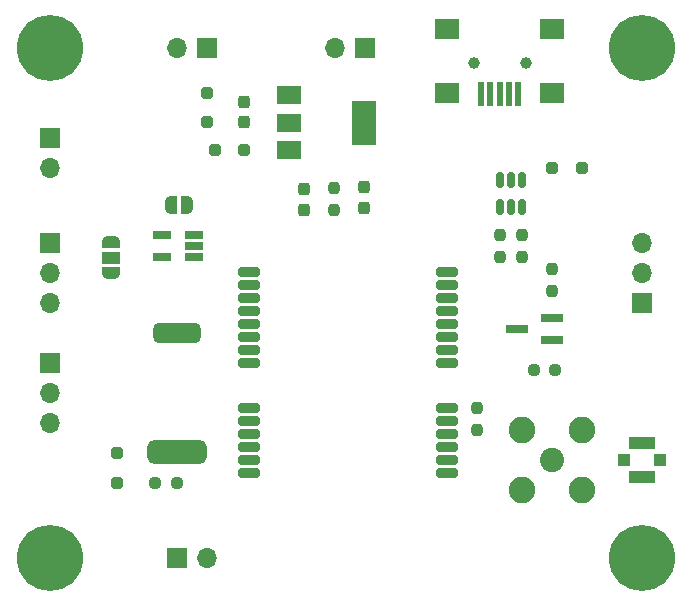
<source format=gts>
%TF.GenerationSoftware,KiCad,Pcbnew,7.0.1*%
%TF.CreationDate,2023-05-23T18:13:33+02:00*%
%TF.ProjectId,ublox-lea-6h-breakout,75626c6f-782d-46c6-9561-2d36682d6272,rev?*%
%TF.SameCoordinates,Original*%
%TF.FileFunction,Soldermask,Top*%
%TF.FilePolarity,Negative*%
%FSLAX46Y46*%
G04 Gerber Fmt 4.6, Leading zero omitted, Abs format (unit mm)*
G04 Created by KiCad (PCBNEW 7.0.1) date 2023-05-23 18:13:33*
%MOMM*%
%LPD*%
G01*
G04 APERTURE LIST*
G04 Aperture macros list*
%AMRoundRect*
0 Rectangle with rounded corners*
0 $1 Rounding radius*
0 $2 $3 $4 $5 $6 $7 $8 $9 X,Y pos of 4 corners*
0 Add a 4 corners polygon primitive as box body*
4,1,4,$2,$3,$4,$5,$6,$7,$8,$9,$2,$3,0*
0 Add four circle primitives for the rounded corners*
1,1,$1+$1,$2,$3*
1,1,$1+$1,$4,$5*
1,1,$1+$1,$6,$7*
1,1,$1+$1,$8,$9*
0 Add four rect primitives between the rounded corners*
20,1,$1+$1,$2,$3,$4,$5,0*
20,1,$1+$1,$4,$5,$6,$7,0*
20,1,$1+$1,$6,$7,$8,$9,0*
20,1,$1+$1,$8,$9,$2,$3,0*%
%AMFreePoly0*
4,1,19,0.500000,-0.750000,0.000000,-0.750000,0.000000,-0.744911,-0.071157,-0.744911,-0.207708,-0.704816,-0.327430,-0.627875,-0.420627,-0.520320,-0.479746,-0.390866,-0.500000,-0.250000,-0.500000,0.250000,-0.479746,0.390866,-0.420627,0.520320,-0.327430,0.627875,-0.207708,0.704816,-0.071157,0.744911,0.000000,0.744911,0.000000,0.750000,0.500000,0.750000,0.500000,-0.750000,0.500000,-0.750000,
$1*%
%AMFreePoly1*
4,1,19,0.000000,0.744911,0.071157,0.744911,0.207708,0.704816,0.327430,0.627875,0.420627,0.520320,0.479746,0.390866,0.500000,0.250000,0.500000,-0.250000,0.479746,-0.390866,0.420627,-0.520320,0.327430,-0.627875,0.207708,-0.704816,0.071157,-0.744911,0.000000,-0.744911,0.000000,-0.750000,-0.500000,-0.750000,-0.500000,0.750000,0.000000,0.750000,0.000000,0.744911,0.000000,0.744911,
$1*%
%AMFreePoly2*
4,1,19,0.550000,-0.750000,0.000000,-0.750000,0.000000,-0.744911,-0.071157,-0.744911,-0.207708,-0.704816,-0.327430,-0.627875,-0.420627,-0.520320,-0.479746,-0.390866,-0.500000,-0.250000,-0.500000,0.250000,-0.479746,0.390866,-0.420627,0.520320,-0.327430,0.627875,-0.207708,0.704816,-0.071157,0.744911,0.000000,0.744911,0.000000,0.750000,0.550000,0.750000,0.550000,-0.750000,0.550000,-0.750000,
$1*%
%AMFreePoly3*
4,1,19,0.000000,0.744911,0.071157,0.744911,0.207708,0.704816,0.327430,0.627875,0.420627,0.520320,0.479746,0.390866,0.500000,0.250000,0.500000,-0.250000,0.479746,-0.390866,0.420627,-0.520320,0.327430,-0.627875,0.207708,-0.704816,0.071157,-0.744911,0.000000,-0.744911,0.000000,-0.750000,-0.550000,-0.750000,-0.550000,0.750000,0.000000,0.750000,0.000000,0.744911,0.000000,0.744911,
$1*%
G04 Aperture macros list end*
%ADD10R,1.700000X1.700000*%
%ADD11O,1.700000X1.700000*%
%ADD12R,1.900000X0.800000*%
%ADD13FreePoly0,180.000000*%
%ADD14FreePoly1,180.000000*%
%ADD15R,1.560000X0.650000*%
%ADD16RoundRect,0.200000X-0.700000X-0.200000X0.700000X-0.200000X0.700000X0.200000X-0.700000X0.200000X0*%
%ADD17RoundRect,0.237500X0.250000X0.237500X-0.250000X0.237500X-0.250000X-0.237500X0.250000X-0.237500X0*%
%ADD18RoundRect,0.237500X0.237500X-0.250000X0.237500X0.250000X-0.237500X0.250000X-0.237500X-0.250000X0*%
%ADD19RoundRect,0.250000X0.250000X-0.250000X0.250000X0.250000X-0.250000X0.250000X-0.250000X-0.250000X0*%
%ADD20RoundRect,0.237500X-0.237500X0.250000X-0.237500X-0.250000X0.237500X-0.250000X0.237500X0.250000X0*%
%ADD21RoundRect,0.250000X0.250000X0.250000X-0.250000X0.250000X-0.250000X-0.250000X0.250000X-0.250000X0*%
%ADD22C,3.600000*%
%ADD23C,5.600000*%
%ADD24RoundRect,0.500000X2.000000X0.500000X-2.000000X0.500000X-2.000000X-0.500000X2.000000X-0.500000X0*%
%ADD25RoundRect,0.425000X1.575000X0.425000X-1.575000X0.425000X-1.575000X-0.425000X1.575000X-0.425000X0*%
%ADD26R,1.000000X1.000000*%
%ADD27R,2.200000X1.050000*%
%ADD28C,2.050000*%
%ADD29C,2.250000*%
%ADD30RoundRect,0.150000X-0.150000X0.512500X-0.150000X-0.512500X0.150000X-0.512500X0.150000X0.512500X0*%
%ADD31R,2.000000X1.500000*%
%ADD32R,2.000000X3.800000*%
%ADD33C,1.000000*%
%ADD34R,0.500000X2.000000*%
%ADD35R,2.000000X1.700000*%
%ADD36RoundRect,0.237500X-0.237500X0.300000X-0.237500X-0.300000X0.237500X-0.300000X0.237500X0.300000X0*%
%ADD37RoundRect,0.237500X-0.237500X0.287500X-0.237500X-0.287500X0.237500X-0.287500X0.237500X0.287500X0*%
%ADD38FreePoly2,90.000000*%
%ADD39R,1.500000X1.000000*%
%ADD40FreePoly3,90.000000*%
%ADD41RoundRect,0.237500X-0.250000X-0.237500X0.250000X-0.237500X0.250000X0.237500X-0.250000X0.237500X0*%
%ADD42RoundRect,0.237500X0.237500X-0.300000X0.237500X0.300000X-0.237500X0.300000X-0.237500X-0.300000X0*%
G04 APERTURE END LIST*
D10*
%TO.C,J7*%
X86995000Y-115570000D03*
D11*
X86995000Y-118110000D03*
X86995000Y-120650000D03*
%TD*%
D10*
%TO.C,J9*%
X86995000Y-105425000D03*
D11*
X86995000Y-107965000D03*
X86995000Y-110505000D03*
%TD*%
D12*
%TO.C,Q1*%
X129540000Y-113665000D03*
X129540000Y-111765000D03*
X126540000Y-112715000D03*
%TD*%
D13*
%TO.C,JP1*%
X98600000Y-102235000D03*
D14*
X97300000Y-102235000D03*
%TD*%
D15*
%TO.C,U2*%
X99220000Y-106675000D03*
X99220000Y-105725000D03*
X99220000Y-104775000D03*
X96520000Y-104775000D03*
X96520000Y-106675000D03*
%TD*%
D16*
%TO.C,U1*%
X103850000Y-107925000D03*
X103850000Y-109025000D03*
X103850000Y-110125000D03*
X103850000Y-111225000D03*
X103850000Y-112325000D03*
X103850000Y-113425000D03*
X103850000Y-114525000D03*
X103850000Y-115625000D03*
X103850000Y-119425000D03*
X103850000Y-120525000D03*
X103850000Y-121625000D03*
X103850000Y-122725000D03*
X103850000Y-123825000D03*
X103850000Y-124925000D03*
X120650000Y-124925000D03*
X120650000Y-123825000D03*
X120650000Y-122725000D03*
X120650000Y-121625000D03*
X120650000Y-120525000D03*
X120650000Y-119425000D03*
X120650000Y-115625000D03*
X120650000Y-114525000D03*
X120650000Y-113425000D03*
X120650000Y-112325000D03*
X120650000Y-111225000D03*
X120650000Y-110125000D03*
X120650000Y-109025000D03*
X120650000Y-107925000D03*
%TD*%
D10*
%TO.C,J4*%
X137160000Y-110490000D03*
D11*
X137160000Y-107950000D03*
X137160000Y-105410000D03*
%TD*%
D17*
%TO.C,R6*%
X129817500Y-116205000D03*
X127992500Y-116205000D03*
%TD*%
D18*
%TO.C,R4*%
X127000000Y-106600000D03*
X127000000Y-104775000D03*
%TD*%
D10*
%TO.C,J6*%
X113665000Y-88900000D03*
D11*
X111125000Y-88900000D03*
%TD*%
D19*
%TO.C,D1*%
X92710000Y-125730000D03*
X92710000Y-123230000D03*
%TD*%
D20*
%TO.C,R1*%
X123190000Y-119460000D03*
X123190000Y-121285000D03*
%TD*%
D21*
%TO.C,D3*%
X132060000Y-99060000D03*
X129560000Y-99060000D03*
%TD*%
D10*
%TO.C,J8*%
X86995000Y-96520000D03*
D11*
X86995000Y-99060000D03*
%TD*%
D22*
%TO.C,H2*%
X137160000Y-88900000D03*
D23*
X137160000Y-88900000D03*
%TD*%
D24*
%TO.C,C1*%
X97790000Y-123180000D03*
D25*
X97790000Y-113030000D03*
%TD*%
D18*
%TO.C,R7*%
X129540000Y-109497500D03*
X129540000Y-107672500D03*
%TD*%
D26*
%TO.C,J1*%
X135660000Y-123825000D03*
D27*
X137160000Y-122350000D03*
D26*
X138660000Y-123825000D03*
D27*
X137160000Y-125300000D03*
%TD*%
D22*
%TO.C,H4*%
X86995000Y-132080000D03*
D23*
X86995000Y-132080000D03*
%TD*%
D10*
%TO.C,J3*%
X97790000Y-132080000D03*
D11*
X100330000Y-132080000D03*
%TD*%
D28*
%TO.C,J2*%
X129540000Y-123825000D03*
D29*
X127000000Y-121285000D03*
X127000000Y-126365000D03*
X132080000Y-121285000D03*
X132080000Y-126365000D03*
%TD*%
D22*
%TO.C,H1*%
X86995000Y-88900000D03*
D23*
X86995000Y-88900000D03*
%TD*%
D30*
%TO.C,U4*%
X126995000Y-100152500D03*
X126045000Y-100152500D03*
X125095000Y-100152500D03*
X125095000Y-102427500D03*
X126045000Y-102427500D03*
X126995000Y-102427500D03*
%TD*%
D20*
%TO.C,R5*%
X111120000Y-100805000D03*
X111120000Y-102630000D03*
%TD*%
D31*
%TO.C,U3*%
X107310000Y-92950000D03*
X107310000Y-95250000D03*
D32*
X113610000Y-95250000D03*
D31*
X107310000Y-97550000D03*
%TD*%
D33*
%TO.C,J10*%
X127295000Y-90170000D03*
X122895000Y-90170000D03*
D34*
X126695000Y-92870000D03*
X125895000Y-92870000D03*
X125095000Y-92870000D03*
X124295000Y-92870000D03*
X123495000Y-92870000D03*
D35*
X129545000Y-92770000D03*
X129545000Y-87320000D03*
X120645000Y-92770000D03*
X120645000Y-87320000D03*
%TD*%
D22*
%TO.C,H3*%
X137160000Y-132080000D03*
D23*
X137160000Y-132080000D03*
%TD*%
D36*
%TO.C,C3*%
X113660000Y-100725000D03*
X113660000Y-102450000D03*
%TD*%
D19*
%TO.C,D2*%
X100330000Y-95230000D03*
X100330000Y-92730000D03*
%TD*%
D37*
%TO.C,D5*%
X108580000Y-100880000D03*
X108580000Y-102630000D03*
%TD*%
D38*
%TO.C,JP2*%
X92235000Y-107980000D03*
D39*
X92235000Y-106680000D03*
D40*
X92235000Y-105380000D03*
%TD*%
D21*
%TO.C,D4*%
X103480000Y-97550000D03*
X100980000Y-97550000D03*
%TD*%
D41*
%TO.C,R2*%
X95965000Y-125730000D03*
X97790000Y-125730000D03*
%TD*%
D20*
%TO.C,R3*%
X125095000Y-104775000D03*
X125095000Y-106600000D03*
%TD*%
D10*
%TO.C,J5*%
X100330000Y-88900000D03*
D11*
X97790000Y-88900000D03*
%TD*%
D42*
%TO.C,C2*%
X103500000Y-95237500D03*
X103500000Y-93512500D03*
%TD*%
M02*

</source>
